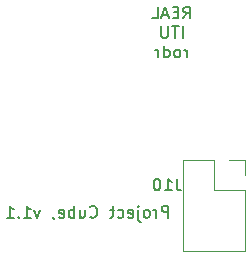
<source format=gbr>
%TF.GenerationSoftware,KiCad,Pcbnew,(5.1.10)-1*%
%TF.CreationDate,2022-01-02T17:44:00+01:00*%
%TF.ProjectId,3DESPWroverB,33444553-5057-4726-9f76-6572422e6b69,rev?*%
%TF.SameCoordinates,Original*%
%TF.FileFunction,Legend,Bot*%
%TF.FilePolarity,Positive*%
%FSLAX46Y46*%
G04 Gerber Fmt 4.6, Leading zero omitted, Abs format (unit mm)*
G04 Created by KiCad (PCBNEW (5.1.10)-1) date 2022-01-02 17:44:00*
%MOMM*%
%LPD*%
G01*
G04 APERTURE LIST*
%ADD10C,0.150000*%
%ADD11C,0.120000*%
G04 APERTURE END LIST*
D10*
X152664990Y-41067980D02*
X152998323Y-40591790D01*
X153236419Y-41067980D02*
X153236419Y-40067980D01*
X152855466Y-40067980D01*
X152760228Y-40115600D01*
X152712609Y-40163219D01*
X152664990Y-40258457D01*
X152664990Y-40401314D01*
X152712609Y-40496552D01*
X152760228Y-40544171D01*
X152855466Y-40591790D01*
X153236419Y-40591790D01*
X152236419Y-40544171D02*
X151903085Y-40544171D01*
X151760228Y-41067980D02*
X152236419Y-41067980D01*
X152236419Y-40067980D01*
X151760228Y-40067980D01*
X151379276Y-40782266D02*
X150903085Y-40782266D01*
X151474514Y-41067980D02*
X151141180Y-40067980D01*
X150807847Y-41067980D01*
X149998323Y-41067980D02*
X150474514Y-41067980D01*
X150474514Y-40067980D01*
X152593561Y-42717980D02*
X152593561Y-41717980D01*
X152260228Y-41717980D02*
X151688800Y-41717980D01*
X151974514Y-42717980D02*
X151974514Y-41717980D01*
X151355466Y-41717980D02*
X151355466Y-42527504D01*
X151307847Y-42622742D01*
X151260228Y-42670361D01*
X151164990Y-42717980D01*
X150974514Y-42717980D01*
X150879276Y-42670361D01*
X150831657Y-42622742D01*
X150784038Y-42527504D01*
X150784038Y-41717980D01*
X152974514Y-44367980D02*
X152974514Y-43701314D01*
X152974514Y-43891790D02*
X152926895Y-43796552D01*
X152879276Y-43748933D01*
X152784038Y-43701314D01*
X152688800Y-43701314D01*
X152212609Y-44367980D02*
X152307847Y-44320361D01*
X152355466Y-44272742D01*
X152403085Y-44177504D01*
X152403085Y-43891790D01*
X152355466Y-43796552D01*
X152307847Y-43748933D01*
X152212609Y-43701314D01*
X152069752Y-43701314D01*
X151974514Y-43748933D01*
X151926895Y-43796552D01*
X151879276Y-43891790D01*
X151879276Y-44177504D01*
X151926895Y-44272742D01*
X151974514Y-44320361D01*
X152069752Y-44367980D01*
X152212609Y-44367980D01*
X151022133Y-44367980D02*
X151022133Y-43367980D01*
X151022133Y-44320361D02*
X151117371Y-44367980D01*
X151307847Y-44367980D01*
X151403085Y-44320361D01*
X151450704Y-44272742D01*
X151498323Y-44177504D01*
X151498323Y-43891790D01*
X151450704Y-43796552D01*
X151403085Y-43748933D01*
X151307847Y-43701314D01*
X151117371Y-43701314D01*
X151022133Y-43748933D01*
X150545942Y-44367980D02*
X150545942Y-43701314D01*
X150545942Y-43891790D02*
X150498323Y-43796552D01*
X150450704Y-43748933D01*
X150355466Y-43701314D01*
X150260228Y-43701314D01*
X151386323Y-57932580D02*
X151386323Y-56932580D01*
X151005371Y-56932580D01*
X150910133Y-56980200D01*
X150862514Y-57027819D01*
X150814895Y-57123057D01*
X150814895Y-57265914D01*
X150862514Y-57361152D01*
X150910133Y-57408771D01*
X151005371Y-57456390D01*
X151386323Y-57456390D01*
X150386323Y-57932580D02*
X150386323Y-57265914D01*
X150386323Y-57456390D02*
X150338704Y-57361152D01*
X150291085Y-57313533D01*
X150195847Y-57265914D01*
X150100609Y-57265914D01*
X149624419Y-57932580D02*
X149719657Y-57884961D01*
X149767276Y-57837342D01*
X149814895Y-57742104D01*
X149814895Y-57456390D01*
X149767276Y-57361152D01*
X149719657Y-57313533D01*
X149624419Y-57265914D01*
X149481561Y-57265914D01*
X149386323Y-57313533D01*
X149338704Y-57361152D01*
X149291085Y-57456390D01*
X149291085Y-57742104D01*
X149338704Y-57837342D01*
X149386323Y-57884961D01*
X149481561Y-57932580D01*
X149624419Y-57932580D01*
X148862514Y-57265914D02*
X148862514Y-58123057D01*
X148910133Y-58218295D01*
X149005371Y-58265914D01*
X149052990Y-58265914D01*
X148862514Y-56932580D02*
X148910133Y-56980200D01*
X148862514Y-57027819D01*
X148814895Y-56980200D01*
X148862514Y-56932580D01*
X148862514Y-57027819D01*
X148005371Y-57884961D02*
X148100609Y-57932580D01*
X148291085Y-57932580D01*
X148386323Y-57884961D01*
X148433942Y-57789723D01*
X148433942Y-57408771D01*
X148386323Y-57313533D01*
X148291085Y-57265914D01*
X148100609Y-57265914D01*
X148005371Y-57313533D01*
X147957752Y-57408771D01*
X147957752Y-57504009D01*
X148433942Y-57599247D01*
X147100609Y-57884961D02*
X147195847Y-57932580D01*
X147386323Y-57932580D01*
X147481561Y-57884961D01*
X147529180Y-57837342D01*
X147576800Y-57742104D01*
X147576800Y-57456390D01*
X147529180Y-57361152D01*
X147481561Y-57313533D01*
X147386323Y-57265914D01*
X147195847Y-57265914D01*
X147100609Y-57313533D01*
X146814895Y-57265914D02*
X146433942Y-57265914D01*
X146672038Y-56932580D02*
X146672038Y-57789723D01*
X146624419Y-57884961D01*
X146529180Y-57932580D01*
X146433942Y-57932580D01*
X144767276Y-57837342D02*
X144814895Y-57884961D01*
X144957752Y-57932580D01*
X145052990Y-57932580D01*
X145195847Y-57884961D01*
X145291085Y-57789723D01*
X145338704Y-57694485D01*
X145386323Y-57504009D01*
X145386323Y-57361152D01*
X145338704Y-57170676D01*
X145291085Y-57075438D01*
X145195847Y-56980200D01*
X145052990Y-56932580D01*
X144957752Y-56932580D01*
X144814895Y-56980200D01*
X144767276Y-57027819D01*
X143910133Y-57265914D02*
X143910133Y-57932580D01*
X144338704Y-57265914D02*
X144338704Y-57789723D01*
X144291085Y-57884961D01*
X144195847Y-57932580D01*
X144052990Y-57932580D01*
X143957752Y-57884961D01*
X143910133Y-57837342D01*
X143433942Y-57932580D02*
X143433942Y-56932580D01*
X143433942Y-57313533D02*
X143338704Y-57265914D01*
X143148228Y-57265914D01*
X143052990Y-57313533D01*
X143005371Y-57361152D01*
X142957752Y-57456390D01*
X142957752Y-57742104D01*
X143005371Y-57837342D01*
X143052990Y-57884961D01*
X143148228Y-57932580D01*
X143338704Y-57932580D01*
X143433942Y-57884961D01*
X142148228Y-57884961D02*
X142243466Y-57932580D01*
X142433942Y-57932580D01*
X142529180Y-57884961D01*
X142576800Y-57789723D01*
X142576800Y-57408771D01*
X142529180Y-57313533D01*
X142433942Y-57265914D01*
X142243466Y-57265914D01*
X142148228Y-57313533D01*
X142100609Y-57408771D01*
X142100609Y-57504009D01*
X142576800Y-57599247D01*
X141624419Y-57884961D02*
X141624419Y-57932580D01*
X141672038Y-58027819D01*
X141719657Y-58075438D01*
X140529180Y-57265914D02*
X140291085Y-57932580D01*
X140052990Y-57265914D01*
X139148228Y-57932580D02*
X139719657Y-57932580D01*
X139433942Y-57932580D02*
X139433942Y-56932580D01*
X139529180Y-57075438D01*
X139624419Y-57170676D01*
X139719657Y-57218295D01*
X138719657Y-57837342D02*
X138672038Y-57884961D01*
X138719657Y-57932580D01*
X138767276Y-57884961D01*
X138719657Y-57837342D01*
X138719657Y-57932580D01*
X137719657Y-57932580D02*
X138291085Y-57932580D01*
X138005371Y-57932580D02*
X138005371Y-56932580D01*
X138100609Y-57075438D01*
X138195847Y-57170676D01*
X138291085Y-57218295D01*
D11*
%TO.C,J10*%
X157870200Y-60766000D02*
X152670200Y-60766000D01*
X157870200Y-55626000D02*
X157870200Y-60766000D01*
X152670200Y-53026000D02*
X152670200Y-60766000D01*
X157870200Y-55626000D02*
X155270200Y-55626000D01*
X155270200Y-55626000D02*
X155270200Y-53026000D01*
X155270200Y-53026000D02*
X152670200Y-53026000D01*
X157870200Y-54356000D02*
X157870200Y-53026000D01*
X157870200Y-53026000D02*
X156540200Y-53026000D01*
D10*
X152091923Y-54621180D02*
X152091923Y-55335466D01*
X152139542Y-55478323D01*
X152234780Y-55573561D01*
X152377638Y-55621180D01*
X152472876Y-55621180D01*
X151091923Y-55621180D02*
X151663352Y-55621180D01*
X151377638Y-55621180D02*
X151377638Y-54621180D01*
X151472876Y-54764038D01*
X151568114Y-54859276D01*
X151663352Y-54906895D01*
X150472876Y-54621180D02*
X150377638Y-54621180D01*
X150282400Y-54668800D01*
X150234780Y-54716419D01*
X150187161Y-54811657D01*
X150139542Y-55002133D01*
X150139542Y-55240228D01*
X150187161Y-55430704D01*
X150234780Y-55525942D01*
X150282400Y-55573561D01*
X150377638Y-55621180D01*
X150472876Y-55621180D01*
X150568114Y-55573561D01*
X150615733Y-55525942D01*
X150663352Y-55430704D01*
X150710971Y-55240228D01*
X150710971Y-55002133D01*
X150663352Y-54811657D01*
X150615733Y-54716419D01*
X150568114Y-54668800D01*
X150472876Y-54621180D01*
%TD*%
M02*

</source>
